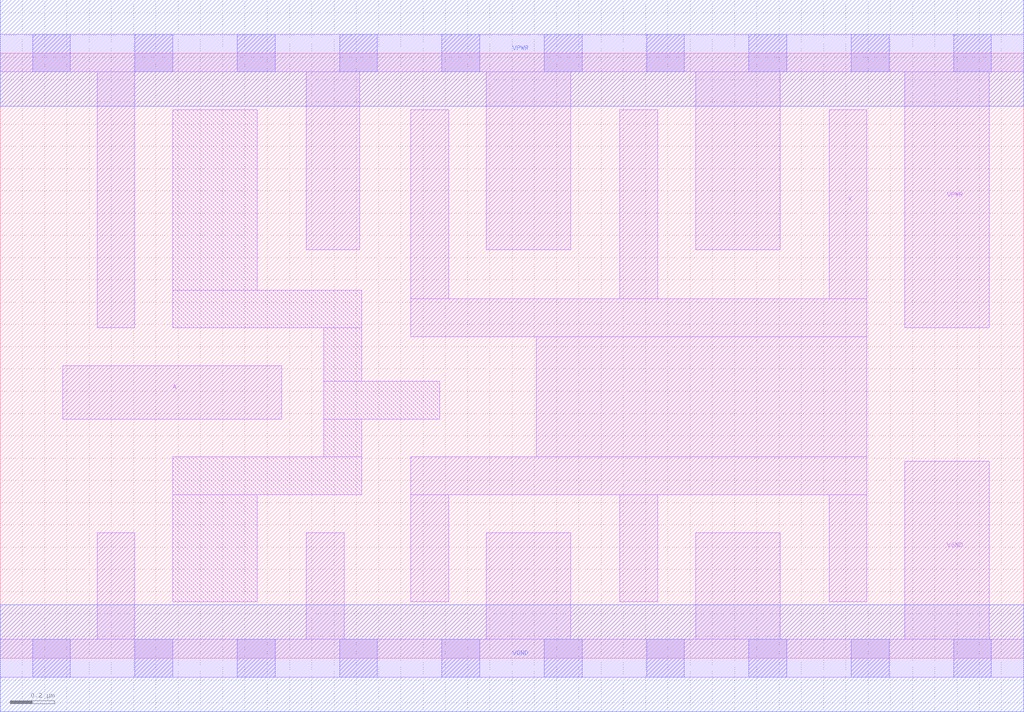
<source format=lef>
# Copyright 2020 The SkyWater PDK Authors
#
# Licensed under the Apache License, Version 2.0 (the "License");
# you may not use this file except in compliance with the License.
# You may obtain a copy of the License at
#
#     https://www.apache.org/licenses/LICENSE-2.0
#
# Unless required by applicable law or agreed to in writing, software
# distributed under the License is distributed on an "AS IS" BASIS,
# WITHOUT WARRANTIES OR CONDITIONS OF ANY KIND, either express or implied.
# See the License for the specific language governing permissions and
# limitations under the License.
#
# SPDX-License-Identifier: Apache-2.0

VERSION 5.7 ;
BUSBITCHARS "[]" ;
DIVIDERCHAR "/" ;
PROPERTYDEFINITIONS
  MACRO maskLayoutSubType STRING ;
  MACRO prCellType STRING ;
  MACRO originalViewName STRING ;
END PROPERTYDEFINITIONS
MACRO sky130_fd_sc_hdll__buf_6
  ORIGIN  0.000000  0.000000 ;
  CLASS CORE ;
  SYMMETRY X Y R90 ;
  SIZE  4.600000 BY  2.720000 ;
  SITE unithd ;
  PIN A
    ANTENNAGATEAREA  0.555000 ;
    DIRECTION INPUT ;
    USE SIGNAL ;
    PORT
      LAYER li1 ;
        RECT 0.280000 1.075000 1.265000 1.315000 ;
    END
  END A
  PIN X
    ANTENNADIFFAREA  1.526500 ;
    DIRECTION OUTPUT ;
    USE SIGNAL ;
    PORT
      LAYER li1 ;
        RECT 1.845000 0.255000 2.015000 0.735000 ;
        RECT 1.845000 0.735000 3.895000 0.905000 ;
        RECT 1.845000 1.445000 3.895000 1.615000 ;
        RECT 1.845000 1.615000 2.015000 2.465000 ;
        RECT 2.410000 0.905000 3.895000 1.445000 ;
        RECT 2.785000 0.255000 2.955000 0.735000 ;
        RECT 2.785000 1.615000 2.955000 2.465000 ;
        RECT 3.725000 0.255000 3.895000 0.735000 ;
        RECT 3.725000 1.615000 3.895000 2.465000 ;
    END
  END X
  PIN VGND
    DIRECTION INOUT ;
    USE GROUND ;
    PORT
      LAYER li1 ;
        RECT 0.000000 -0.085000 4.600000 0.085000 ;
        RECT 0.435000  0.085000 0.605000 0.565000 ;
        RECT 1.375000  0.085000 1.545000 0.565000 ;
        RECT 2.185000  0.085000 2.565000 0.565000 ;
        RECT 3.125000  0.085000 3.505000 0.565000 ;
        RECT 4.065000  0.085000 4.445000 0.885000 ;
      LAYER met1 ;
        RECT 0.000000 -0.240000 4.600000 0.240000 ;
    END
  END VGND
  PIN VNB
    DIRECTION INOUT ;
    USE GROUND ;
    PORT
    END
  END VNB
  PIN VPB
    DIRECTION INOUT ;
    USE POWER ;
    PORT
    END
  END VPB
  PIN VPWR
    DIRECTION INOUT ;
    USE POWER ;
    PORT
      LAYER li1 ;
        RECT 0.000000 2.635000 4.600000 2.805000 ;
        RECT 0.435000 1.485000 0.605000 2.635000 ;
        RECT 1.375000 1.835000 1.615000 2.635000 ;
        RECT 2.185000 1.835000 2.565000 2.635000 ;
        RECT 3.125000 1.835000 3.505000 2.635000 ;
        RECT 4.065000 1.485000 4.445000 2.635000 ;
      LAYER met1 ;
        RECT 0.000000 2.480000 4.600000 2.960000 ;
    END
  END VPWR
  OBS
    LAYER li1 ;
      RECT 0.775000 0.255000 1.155000 0.735000 ;
      RECT 0.775000 0.735000 1.625000 0.905000 ;
      RECT 0.775000 1.485000 1.625000 1.655000 ;
      RECT 0.775000 1.655000 1.155000 2.465000 ;
      RECT 1.455000 0.905000 1.625000 1.075000 ;
      RECT 1.455000 1.075000 1.975000 1.245000 ;
      RECT 1.455000 1.245000 1.625000 1.485000 ;
    LAYER mcon ;
      RECT 0.145000 -0.085000 0.315000 0.085000 ;
      RECT 0.145000  2.635000 0.315000 2.805000 ;
      RECT 0.605000 -0.085000 0.775000 0.085000 ;
      RECT 0.605000  2.635000 0.775000 2.805000 ;
      RECT 1.065000 -0.085000 1.235000 0.085000 ;
      RECT 1.065000  2.635000 1.235000 2.805000 ;
      RECT 1.525000 -0.085000 1.695000 0.085000 ;
      RECT 1.525000  2.635000 1.695000 2.805000 ;
      RECT 1.985000 -0.085000 2.155000 0.085000 ;
      RECT 1.985000  2.635000 2.155000 2.805000 ;
      RECT 2.445000 -0.085000 2.615000 0.085000 ;
      RECT 2.445000  2.635000 2.615000 2.805000 ;
      RECT 2.905000 -0.085000 3.075000 0.085000 ;
      RECT 2.905000  2.635000 3.075000 2.805000 ;
      RECT 3.365000 -0.085000 3.535000 0.085000 ;
      RECT 3.365000  2.635000 3.535000 2.805000 ;
      RECT 3.825000 -0.085000 3.995000 0.085000 ;
      RECT 3.825000  2.635000 3.995000 2.805000 ;
      RECT 4.285000 -0.085000 4.455000 0.085000 ;
      RECT 4.285000  2.635000 4.455000 2.805000 ;
  END
  PROPERTY maskLayoutSubType "abstract" ;
  PROPERTY prCellType "standard" ;
  PROPERTY originalViewName "layout" ;
END sky130_fd_sc_hdll__buf_6
END LIBRARY

</source>
